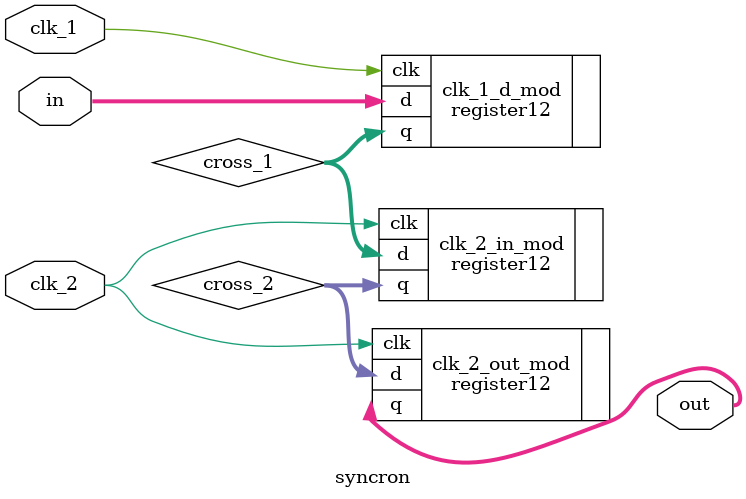
<source format=v>
module syncron(input clk_1, input clk_2, input [11:0] in, output [11:0] out);

	wire [11:0] cross_1;
	wire [11:0] cross_2;

	register12 clk_1_d_mod(.clk(clk_1), .d(in), .q(cross_1));
	register12 clk_2_in_mod(.clk(clk_2), .d(cross_1), .q(cross_2));
	register12 clk_2_out_mod(.clk(clk_2), .d(cross_2), .q(out));

endmodule

</source>
